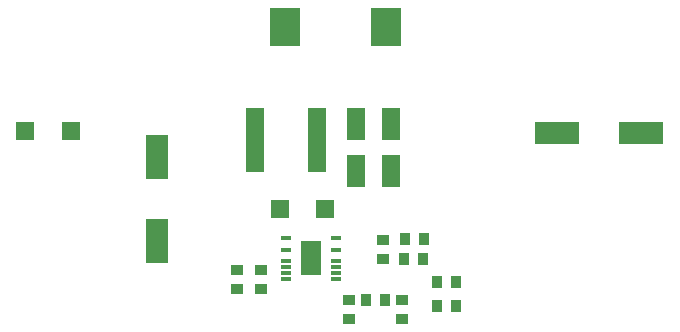
<source format=gtp>
G04*
G04 #@! TF.GenerationSoftware,Altium Limited,Altium Designer,19.0.14 (431)*
G04*
G04 Layer_Color=8421504*
%FSLAX25Y25*%
%MOIN*%
G70*
G01*
G75*
%ADD15R,0.10236X0.12598*%
%ADD16R,0.06500X0.11201*%
%ADD17R,0.03500X0.01201*%
%ADD18R,0.06299X0.11024*%
%ADD19R,0.15158X0.07480*%
%ADD20R,0.03937X0.03543*%
%ADD21R,0.03543X0.03937*%
%ADD22R,0.07480X0.15158*%
%ADD23R,0.06122X0.06181*%
%ADD24R,0.06102X0.21260*%
D15*
X158880Y148031D02*
D03*
X125415D02*
D03*
D16*
X133858Y70866D02*
D03*
D17*
X142148Y77756D02*
D03*
Y73819D02*
D03*
Y69882D02*
D03*
Y67913D02*
D03*
Y65945D02*
D03*
Y63976D02*
D03*
X125530D02*
D03*
Y65945D02*
D03*
Y67913D02*
D03*
Y69882D02*
D03*
Y73819D02*
D03*
Y77756D02*
D03*
D18*
X160470Y115748D02*
D03*
X148856D02*
D03*
X160470Y100000D02*
D03*
X148856D02*
D03*
D19*
X215945Y112598D02*
D03*
X243898D02*
D03*
D20*
X117126Y60827D02*
D03*
Y67126D02*
D03*
X109252D02*
D03*
Y60827D02*
D03*
X157811Y76968D02*
D03*
Y70669D02*
D03*
X164370Y57046D02*
D03*
Y50747D02*
D03*
X146653Y57046D02*
D03*
Y50747D02*
D03*
D21*
X165261Y77374D02*
D03*
X171561D02*
D03*
X171361Y70574D02*
D03*
X165061D02*
D03*
X182283Y55118D02*
D03*
X175984D02*
D03*
X152362Y56849D02*
D03*
X158661D02*
D03*
X175984Y62992D02*
D03*
X182283D02*
D03*
D22*
X82677Y104527D02*
D03*
Y76575D02*
D03*
D23*
X38721Y113189D02*
D03*
X53799D02*
D03*
X138642Y87402D02*
D03*
X123563D02*
D03*
D24*
X135864Y110236D02*
D03*
X115195D02*
D03*
M02*

</source>
